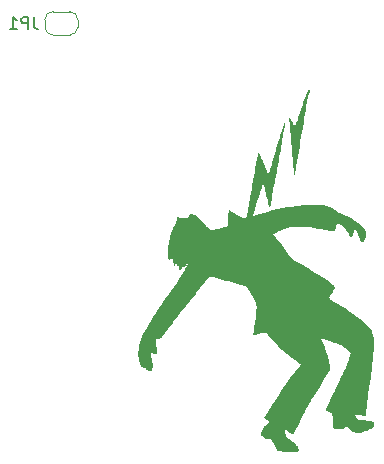
<source format=gbr>
%TF.GenerationSoftware,KiCad,Pcbnew,7.0.2*%
%TF.CreationDate,2023-10-16T20:56:56+02:00*%
%TF.ProjectId,interrupter,696e7465-7272-4757-9074-65722e6b6963,rev?*%
%TF.SameCoordinates,Original*%
%TF.FileFunction,Legend,Bot*%
%TF.FilePolarity,Positive*%
%FSLAX46Y46*%
G04 Gerber Fmt 4.6, Leading zero omitted, Abs format (unit mm)*
G04 Created by KiCad (PCBNEW 7.0.2) date 2023-10-16 20:56:56*
%MOMM*%
%LPD*%
G01*
G04 APERTURE LIST*
%ADD10C,0.150000*%
%ADD11C,0.300000*%
%ADD12C,0.120000*%
G04 APERTURE END LIST*
D10*
%TO.C,JP1*%
X66238333Y-26767619D02*
X66238333Y-27481904D01*
X66238333Y-27481904D02*
X66285952Y-27624761D01*
X66285952Y-27624761D02*
X66381190Y-27720000D01*
X66381190Y-27720000D02*
X66524047Y-27767619D01*
X66524047Y-27767619D02*
X66619285Y-27767619D01*
X65762142Y-27767619D02*
X65762142Y-26767619D01*
X65762142Y-26767619D02*
X65381190Y-26767619D01*
X65381190Y-26767619D02*
X65285952Y-26815238D01*
X65285952Y-26815238D02*
X65238333Y-26862857D01*
X65238333Y-26862857D02*
X65190714Y-26958095D01*
X65190714Y-26958095D02*
X65190714Y-27100952D01*
X65190714Y-27100952D02*
X65238333Y-27196190D01*
X65238333Y-27196190D02*
X65285952Y-27243809D01*
X65285952Y-27243809D02*
X65381190Y-27291428D01*
X65381190Y-27291428D02*
X65762142Y-27291428D01*
X64238333Y-27767619D02*
X64809761Y-27767619D01*
X64524047Y-27767619D02*
X64524047Y-26767619D01*
X64524047Y-26767619D02*
X64619285Y-26910476D01*
X64619285Y-26910476D02*
X64714523Y-27005714D01*
X64714523Y-27005714D02*
X64809761Y-27053333D01*
D11*
%TO.C,G\u002A\u002A\u002A*%
X86411427Y-47525357D02*
X86554285Y-47453928D01*
X86554285Y-47453928D02*
X86768570Y-47453928D01*
X86768570Y-47453928D02*
X86982856Y-47525357D01*
X86982856Y-47525357D02*
X87125713Y-47668214D01*
X87125713Y-47668214D02*
X87197142Y-47811071D01*
X87197142Y-47811071D02*
X87268570Y-48096785D01*
X87268570Y-48096785D02*
X87268570Y-48311071D01*
X87268570Y-48311071D02*
X87197142Y-48596785D01*
X87197142Y-48596785D02*
X87125713Y-48739642D01*
X87125713Y-48739642D02*
X86982856Y-48882500D01*
X86982856Y-48882500D02*
X86768570Y-48953928D01*
X86768570Y-48953928D02*
X86625713Y-48953928D01*
X86625713Y-48953928D02*
X86411427Y-48882500D01*
X86411427Y-48882500D02*
X86339999Y-48811071D01*
X86339999Y-48811071D02*
X86339999Y-48311071D01*
X86339999Y-48311071D02*
X86625713Y-48311071D01*
X85482856Y-47453928D02*
X85482856Y-47811071D01*
X85839999Y-47668214D02*
X85482856Y-47811071D01*
X85482856Y-47811071D02*
X85125713Y-47668214D01*
X85697142Y-48096785D02*
X85482856Y-47811071D01*
X85482856Y-47811071D02*
X85268570Y-48096785D01*
X84339999Y-47453928D02*
X84339999Y-47811071D01*
X84697142Y-47668214D02*
X84339999Y-47811071D01*
X84339999Y-47811071D02*
X83982856Y-47668214D01*
X84554285Y-48096785D02*
X84339999Y-47811071D01*
X84339999Y-47811071D02*
X84125713Y-48096785D01*
X83197142Y-47453928D02*
X83197142Y-47811071D01*
X83554285Y-47668214D02*
X83197142Y-47811071D01*
X83197142Y-47811071D02*
X82839999Y-47668214D01*
X83411428Y-48096785D02*
X83197142Y-47811071D01*
X83197142Y-47811071D02*
X82982856Y-48096785D01*
D12*
%TO.C,JP1*%
X69280000Y-28305000D02*
G75*
G03*
X69980000Y-27605000I0J700000D01*
G01*
X69980000Y-27005000D02*
G75*
G03*
X69280000Y-26305000I-700000J0D01*
G01*
X67180000Y-27605000D02*
G75*
G03*
X67880000Y-28305000I699999J-1D01*
G01*
X67880000Y-26305000D02*
G75*
G03*
X67180000Y-27005000I-1J-699999D01*
G01*
X69980000Y-27605000D02*
X69980000Y-27005000D01*
X69280000Y-26305000D02*
X67880000Y-26305000D01*
X67880000Y-28305000D02*
X69280000Y-28305000D01*
X67180000Y-27005000D02*
X67180000Y-27605000D01*
%TO.C,G\u002A\u002A\u002A*%
G36*
X87549861Y-35641526D02*
G01*
X87548586Y-35653821D01*
X87540508Y-35713959D01*
X87526418Y-35806622D01*
X87506710Y-35929610D01*
X87481780Y-36080722D01*
X87452023Y-36257757D01*
X87417832Y-36458515D01*
X87379603Y-36680795D01*
X87337731Y-36922397D01*
X87292611Y-37181119D01*
X87244637Y-37454762D01*
X87194205Y-37741124D01*
X87141708Y-38038005D01*
X87087542Y-38343204D01*
X87032102Y-38654521D01*
X86975782Y-38969754D01*
X86918977Y-39286704D01*
X86862083Y-39603169D01*
X86805494Y-39916950D01*
X86749604Y-40225844D01*
X86694809Y-40527652D01*
X86641503Y-40820174D01*
X86590082Y-41101207D01*
X86540939Y-41368552D01*
X86494470Y-41620009D01*
X86451070Y-41853375D01*
X86411134Y-42066452D01*
X86375055Y-42257037D01*
X86343230Y-42422931D01*
X86316053Y-42561933D01*
X86293918Y-42671841D01*
X86277221Y-42750456D01*
X86266357Y-42795577D01*
X86264055Y-42803628D01*
X86250500Y-42842338D01*
X86237573Y-42852073D01*
X86219056Y-42838476D01*
X86209689Y-42826830D01*
X86191232Y-42792548D01*
X86169917Y-42739074D01*
X86145185Y-42664374D01*
X86116475Y-42566410D01*
X86083226Y-42443146D01*
X86044878Y-42292546D01*
X86000869Y-42112573D01*
X85950640Y-41901191D01*
X85893630Y-41656362D01*
X85855816Y-41493466D01*
X85818784Y-41335476D01*
X85784720Y-41191694D01*
X85754475Y-41065638D01*
X85728900Y-40960829D01*
X85708846Y-40880784D01*
X85695165Y-40829024D01*
X85688707Y-40809067D01*
X85682767Y-40817633D01*
X85666869Y-40856517D01*
X85642693Y-40923040D01*
X85611556Y-41013366D01*
X85574776Y-41123660D01*
X85533671Y-41250086D01*
X85489558Y-41388810D01*
X85474429Y-41436871D01*
X85424117Y-41596417D01*
X85365996Y-41780395D01*
X85302441Y-41981304D01*
X85235826Y-42191645D01*
X85168525Y-42403917D01*
X85102915Y-42610621D01*
X85041370Y-42804255D01*
X85040849Y-42805892D01*
X84988631Y-42970890D01*
X84940306Y-43125182D01*
X84896904Y-43265370D01*
X84859452Y-43388056D01*
X84828980Y-43489840D01*
X84806516Y-43567326D01*
X84793088Y-43617114D01*
X84789724Y-43635806D01*
X84803780Y-43634175D01*
X84846962Y-43621699D01*
X84913528Y-43599550D01*
X84997827Y-43569623D01*
X85094209Y-43533809D01*
X85364040Y-43438187D01*
X85689494Y-43336994D01*
X86045666Y-43239299D01*
X86429718Y-43145750D01*
X86838815Y-43056998D01*
X87270119Y-42973690D01*
X87720794Y-42896477D01*
X88188003Y-42826006D01*
X88343660Y-42804297D01*
X88575795Y-42773117D01*
X88781602Y-42747392D01*
X88966917Y-42726643D01*
X89137576Y-42710395D01*
X89299416Y-42698171D01*
X89458274Y-42689493D01*
X89619987Y-42683885D01*
X89790390Y-42680870D01*
X89975322Y-42679971D01*
X89997016Y-42679982D01*
X90207692Y-42681517D01*
X90389257Y-42686155D01*
X90548153Y-42694612D01*
X90690818Y-42707602D01*
X90823694Y-42725844D01*
X90953218Y-42750051D01*
X91085832Y-42780940D01*
X91227975Y-42819227D01*
X91332944Y-42851129D01*
X91502860Y-42915539D01*
X91652320Y-42992358D01*
X91791398Y-43087125D01*
X91930169Y-43205383D01*
X91989686Y-43260185D01*
X92046677Y-43309942D01*
X92091647Y-43343492D01*
X92132432Y-43365778D01*
X92176867Y-43381744D01*
X92232789Y-43396336D01*
X92251588Y-43401434D01*
X92328526Y-43428344D01*
X92429507Y-43470007D01*
X92549050Y-43523769D01*
X92681674Y-43586972D01*
X92821898Y-43656963D01*
X92964241Y-43731085D01*
X93103222Y-43806684D01*
X93233361Y-43881103D01*
X93280195Y-43908768D01*
X93445001Y-44008083D01*
X93583941Y-44095779D01*
X93702174Y-44175616D01*
X93804858Y-44251352D01*
X93897152Y-44326747D01*
X93984215Y-44405557D01*
X94071207Y-44491544D01*
X94098546Y-44519831D01*
X94221032Y-44656862D01*
X94313033Y-44782765D01*
X94375566Y-44902921D01*
X94409649Y-45022713D01*
X94416298Y-45147521D01*
X94396531Y-45282728D01*
X94351364Y-45433715D01*
X94281816Y-45605863D01*
X94279463Y-45611192D01*
X94243227Y-45690931D01*
X94215414Y-45744351D01*
X94191158Y-45778352D01*
X94165593Y-45799836D01*
X94133853Y-45815703D01*
X94118388Y-45822075D01*
X94077239Y-45834391D01*
X94040932Y-45831348D01*
X93990838Y-45812532D01*
X93952108Y-45791557D01*
X93917217Y-45759353D01*
X93886541Y-45712039D01*
X93857441Y-45644476D01*
X93827276Y-45551521D01*
X93793406Y-45428033D01*
X93791260Y-45419926D01*
X93761485Y-45322918D01*
X93722719Y-45216701D01*
X93678272Y-45108570D01*
X93631453Y-45005822D01*
X93585570Y-44915752D01*
X93543933Y-44845657D01*
X93509850Y-44802834D01*
X93479476Y-44779472D01*
X93451391Y-44771381D01*
X93425315Y-44783350D01*
X93399032Y-44818381D01*
X93370327Y-44879481D01*
X93336988Y-44969653D01*
X93296798Y-45091902D01*
X93288358Y-45118293D01*
X93253475Y-45223704D01*
X93225540Y-45300089D01*
X93202442Y-45352352D01*
X93182067Y-45385398D01*
X93162303Y-45404130D01*
X93145759Y-45414498D01*
X93122152Y-45421818D01*
X93099875Y-45408794D01*
X93067078Y-45371343D01*
X93043181Y-45338819D01*
X93003423Y-45278407D01*
X92956960Y-45203228D01*
X92909641Y-45122525D01*
X92907337Y-45118484D01*
X92792711Y-44923291D01*
X92690641Y-44761731D01*
X92600934Y-44633528D01*
X92523395Y-44538404D01*
X92457832Y-44476084D01*
X92418157Y-44448996D01*
X92353828Y-44410720D01*
X92276150Y-44368044D01*
X92192578Y-44324718D01*
X92110570Y-44284491D01*
X92037582Y-44251115D01*
X91981070Y-44228340D01*
X91948491Y-44219914D01*
X91944352Y-44220546D01*
X91919628Y-44243973D01*
X91891482Y-44297943D01*
X91861615Y-44378012D01*
X91831727Y-44479738D01*
X91803519Y-44598678D01*
X91785957Y-44678120D01*
X91768118Y-44746622D01*
X91751134Y-44792940D01*
X91732196Y-44824461D01*
X91708494Y-44848572D01*
X91690148Y-44863250D01*
X91663320Y-44878260D01*
X91629783Y-44885275D01*
X91579743Y-44885876D01*
X91503409Y-44881641D01*
X91500055Y-44881402D01*
X91444288Y-44875322D01*
X91358359Y-44863521D01*
X91247286Y-44846796D01*
X91116087Y-44825943D01*
X90969779Y-44801756D01*
X90813381Y-44775034D01*
X90651911Y-44746571D01*
X90501705Y-44719811D01*
X90263511Y-44678184D01*
X90053776Y-44642910D01*
X89867999Y-44613485D01*
X89701681Y-44589403D01*
X89550322Y-44570159D01*
X89409423Y-44555249D01*
X89274484Y-44544168D01*
X89141006Y-44536411D01*
X89004488Y-44531473D01*
X88860431Y-44528849D01*
X88704337Y-44528034D01*
X88663212Y-44528046D01*
X88510700Y-44528916D01*
X88384980Y-44531411D01*
X88278440Y-44535936D01*
X88183466Y-44542899D01*
X88092449Y-44552705D01*
X87997774Y-44565762D01*
X87727954Y-44615385D01*
X87467580Y-44685355D01*
X87224734Y-44776292D01*
X86991514Y-44891177D01*
X86760020Y-45032995D01*
X86539141Y-45180975D01*
X86790641Y-45467935D01*
X86913306Y-45611001D01*
X87095059Y-45833735D01*
X87272799Y-46063697D01*
X87440722Y-46293105D01*
X87593021Y-46514176D01*
X87723893Y-46719127D01*
X87753963Y-46768505D01*
X87803575Y-46848904D01*
X87849713Y-46920434D01*
X87894848Y-46985054D01*
X87941454Y-47044720D01*
X87992001Y-47101390D01*
X88048963Y-47157020D01*
X88114811Y-47213569D01*
X88192017Y-47272994D01*
X88283054Y-47337251D01*
X88390394Y-47408298D01*
X88516507Y-47488093D01*
X88663868Y-47578593D01*
X88834947Y-47681755D01*
X89032217Y-47799536D01*
X89258151Y-47933894D01*
X89432235Y-48037583D01*
X89774129Y-48242683D01*
X90085345Y-48431554D01*
X90366740Y-48604790D01*
X90619170Y-48762982D01*
X90843492Y-48906721D01*
X91040564Y-49036600D01*
X91211241Y-49153212D01*
X91356382Y-49257146D01*
X91476842Y-49348997D01*
X91573478Y-49429355D01*
X91647149Y-49498813D01*
X91698710Y-49557962D01*
X91729018Y-49607395D01*
X91738930Y-49647703D01*
X91738928Y-49648353D01*
X91732121Y-49689590D01*
X91710836Y-49744245D01*
X91673097Y-49816086D01*
X91616927Y-49908883D01*
X91540351Y-50026405D01*
X91473809Y-50128773D01*
X91402727Y-50245143D01*
X91345357Y-50347472D01*
X91303670Y-50431998D01*
X91279638Y-50494957D01*
X91275231Y-50532585D01*
X91276845Y-50537071D01*
X91303718Y-50571534D01*
X91360316Y-50622928D01*
X91445248Y-50690254D01*
X91557123Y-50772509D01*
X91694547Y-50868693D01*
X91856131Y-50977806D01*
X92040481Y-51098846D01*
X92246205Y-51230812D01*
X92300293Y-51265174D01*
X92580090Y-51443840D01*
X92831598Y-51606219D01*
X93057301Y-51754086D01*
X93259682Y-51889214D01*
X93441224Y-52013378D01*
X93604411Y-52128352D01*
X93751727Y-52235910D01*
X93885655Y-52337827D01*
X94008679Y-52435876D01*
X94123282Y-52531832D01*
X94231947Y-52627469D01*
X94337160Y-52724561D01*
X94447587Y-52831798D01*
X94576143Y-52968327D01*
X94681641Y-53097751D01*
X94768823Y-53226591D01*
X94842429Y-53361369D01*
X94907202Y-53508606D01*
X94948813Y-53624229D01*
X94991290Y-53780345D01*
X95021401Y-53948535D01*
X95039879Y-54134526D01*
X95047458Y-54344047D01*
X95044873Y-54582824D01*
X95042893Y-54643536D01*
X95037914Y-54759644D01*
X95031029Y-54882075D01*
X95021994Y-55013100D01*
X95010562Y-55154994D01*
X94996486Y-55310029D01*
X94979520Y-55480479D01*
X94959419Y-55668616D01*
X94935935Y-55876714D01*
X94908823Y-56107046D01*
X94877835Y-56361884D01*
X94842727Y-56643503D01*
X94803252Y-56954174D01*
X94759162Y-57296172D01*
X94710213Y-57671769D01*
X94687146Y-57848034D01*
X94653455Y-58105608D01*
X94619974Y-58361714D01*
X94587202Y-58612522D01*
X94555640Y-58854206D01*
X94525787Y-59082935D01*
X94498143Y-59294880D01*
X94473208Y-59486214D01*
X94451480Y-59653107D01*
X94433460Y-59791731D01*
X94419648Y-59898257D01*
X94409557Y-59975550D01*
X94391156Y-60112969D01*
X94373876Y-60237682D01*
X94358394Y-60345042D01*
X94345389Y-60430398D01*
X94335538Y-60489101D01*
X94329518Y-60516501D01*
X94310055Y-60544898D01*
X94272086Y-60549583D01*
X94211944Y-60539365D01*
X94113561Y-60523354D01*
X94004988Y-60506313D01*
X93891974Y-60489081D01*
X93780264Y-60472495D01*
X93675606Y-60457394D01*
X93583748Y-60444616D01*
X93510435Y-60434998D01*
X93461415Y-60429379D01*
X93442435Y-60428597D01*
X93441931Y-60436240D01*
X93454845Y-60469525D01*
X93482269Y-60522035D01*
X93520298Y-60586933D01*
X93565027Y-60657380D01*
X93612552Y-60726540D01*
X93625507Y-60744537D01*
X93662712Y-60794411D01*
X93697002Y-60833394D01*
X93733266Y-60862991D01*
X93776396Y-60884709D01*
X93831285Y-60900053D01*
X93902823Y-60910529D01*
X93995902Y-60917645D01*
X94115413Y-60922905D01*
X94266248Y-60927816D01*
X94281669Y-60928299D01*
X94425393Y-60933217D01*
X94539031Y-60938184D01*
X94628192Y-60943718D01*
X94698488Y-60950338D01*
X94755529Y-60958560D01*
X94804925Y-60968903D01*
X94852288Y-60981884D01*
X94879037Y-60990175D01*
X94949700Y-61016934D01*
X94998963Y-61046675D01*
X95037987Y-61085632D01*
X95044532Y-61093669D01*
X95069315Y-61129029D01*
X95083186Y-61165098D01*
X95089240Y-61213705D01*
X95090570Y-61286679D01*
X95090401Y-61326187D01*
X95087796Y-61383258D01*
X95079376Y-61420700D01*
X95061791Y-61449565D01*
X95031690Y-61480904D01*
X95028709Y-61483703D01*
X94978480Y-61520606D01*
X94900228Y-61566844D01*
X94799536Y-61619790D01*
X94681992Y-61676816D01*
X94553181Y-61735296D01*
X94418690Y-61792603D01*
X94284104Y-61846110D01*
X94155010Y-61893189D01*
X94066462Y-61923582D01*
X93980948Y-61951739D01*
X93914704Y-61970903D01*
X93859481Y-61982773D01*
X93807030Y-61989049D01*
X93749101Y-61991432D01*
X93677446Y-61991622D01*
X93487218Y-61990827D01*
X93322672Y-61905692D01*
X93259884Y-61872050D01*
X93204674Y-61838329D01*
X93154414Y-61800956D01*
X93101923Y-61754007D01*
X93040023Y-61691557D01*
X92961534Y-61607682D01*
X92918339Y-61561278D01*
X92855512Y-61495204D01*
X92803677Y-61442431D01*
X92767292Y-61407464D01*
X92750816Y-61394807D01*
X92745738Y-61396949D01*
X92718079Y-61417393D01*
X92674022Y-61454840D01*
X92620413Y-61503578D01*
X92606690Y-61516141D01*
X92539618Y-61571662D01*
X92472323Y-61619575D01*
X92417515Y-61650666D01*
X92402497Y-61657159D01*
X92363962Y-61671197D01*
X92324411Y-61679398D01*
X92275070Y-61682501D01*
X92207161Y-61681242D01*
X92111909Y-61676362D01*
X92033053Y-61670595D01*
X91933350Y-61660330D01*
X91844357Y-61648129D01*
X91778827Y-61635556D01*
X91718010Y-61618950D01*
X91677436Y-61600761D01*
X91650588Y-61574571D01*
X91626197Y-61532794D01*
X91611973Y-61503613D01*
X91595566Y-61462467D01*
X91582355Y-61416097D01*
X91571847Y-61360074D01*
X91563551Y-61289967D01*
X91556975Y-61201348D01*
X91551628Y-61089785D01*
X91547017Y-60950849D01*
X91542651Y-60780110D01*
X91530585Y-60265055D01*
X91274239Y-60182249D01*
X91236273Y-60169758D01*
X91145931Y-60138168D01*
X91068600Y-60108568D01*
X91011497Y-60083809D01*
X90981842Y-60066744D01*
X90970446Y-60055215D01*
X90963998Y-60041924D01*
X90964010Y-60022453D01*
X90971978Y-59992368D01*
X90989400Y-59947236D01*
X91017771Y-59882625D01*
X91058589Y-59794100D01*
X91113351Y-59677229D01*
X91156710Y-59585893D01*
X91216573Y-59461574D01*
X91286746Y-59317202D01*
X91364096Y-59159172D01*
X91445493Y-58993880D01*
X91527806Y-58827723D01*
X91607902Y-58667094D01*
X91715819Y-58450022D01*
X91865256Y-58144618D01*
X92010889Y-57841505D01*
X92151631Y-57543168D01*
X92286397Y-57252088D01*
X92414100Y-56970747D01*
X92533653Y-56701629D01*
X92643971Y-56447216D01*
X92743968Y-56209991D01*
X92832557Y-55992437D01*
X92908651Y-55797035D01*
X92971166Y-55626269D01*
X93019013Y-55482621D01*
X93051108Y-55368574D01*
X93082416Y-55239415D01*
X93036774Y-55151170D01*
X92976433Y-55061801D01*
X92882230Y-54963337D01*
X92759121Y-54861538D01*
X92610367Y-54758849D01*
X92439231Y-54657717D01*
X92248974Y-54560586D01*
X92192698Y-54534862D01*
X92090495Y-54491156D01*
X91969242Y-54441933D01*
X91833336Y-54388763D01*
X91687173Y-54333214D01*
X91535148Y-54276853D01*
X91381658Y-54221249D01*
X91231099Y-54167971D01*
X91087867Y-54118587D01*
X90956357Y-54074665D01*
X90840967Y-54037773D01*
X90746092Y-54009481D01*
X90676128Y-53991355D01*
X90635471Y-53984964D01*
X90612735Y-53990006D01*
X90597561Y-54010032D01*
X90597774Y-54011870D01*
X90607142Y-54040572D01*
X90628758Y-54095958D01*
X90660384Y-54172589D01*
X90699785Y-54265029D01*
X90744726Y-54367843D01*
X90894127Y-54727564D01*
X91030453Y-55111573D01*
X91142370Y-55497950D01*
X91232774Y-55896789D01*
X91304563Y-56318181D01*
X91358042Y-56685705D01*
X90847917Y-57459550D01*
X90645599Y-57767573D01*
X90456163Y-58058734D01*
X90282898Y-58328562D01*
X90123392Y-58581229D01*
X89975231Y-58820911D01*
X89836004Y-59051784D01*
X89703298Y-59278022D01*
X89574700Y-59503800D01*
X89447797Y-59733293D01*
X89320177Y-59970677D01*
X89189428Y-60220125D01*
X89053137Y-60485814D01*
X88908891Y-60771917D01*
X88754278Y-61082611D01*
X88222662Y-62156363D01*
X88164569Y-62113025D01*
X88157296Y-62107584D01*
X88114933Y-62075701D01*
X88052848Y-62028804D01*
X87978196Y-61972302D01*
X87898131Y-61911604D01*
X87798368Y-61837124D01*
X87705472Y-61771399D01*
X87635104Y-61726837D01*
X87584708Y-61701997D01*
X87551729Y-61695433D01*
X87533611Y-61705703D01*
X87521368Y-61739057D01*
X87517100Y-61809078D01*
X87526935Y-61899761D01*
X87549623Y-62004242D01*
X87583914Y-62115657D01*
X87628558Y-62227140D01*
X87629001Y-62228120D01*
X87670218Y-62305897D01*
X87723066Y-62379857D01*
X87791690Y-62454025D01*
X87880233Y-62532431D01*
X87992839Y-62619100D01*
X88133652Y-62718062D01*
X88209243Y-62770427D01*
X88348167Y-62873147D01*
X88457944Y-62965107D01*
X88541314Y-63048930D01*
X88601011Y-63127236D01*
X88639775Y-63202646D01*
X88658700Y-63256171D01*
X88674578Y-63335799D01*
X88667944Y-63407362D01*
X88638750Y-63483883D01*
X88623374Y-63512691D01*
X88583119Y-63561024D01*
X88525519Y-63593187D01*
X88500636Y-63601957D01*
X88467346Y-63609577D01*
X88424327Y-63614644D01*
X88366283Y-63617389D01*
X88287919Y-63618044D01*
X88183939Y-63616840D01*
X88049047Y-63614008D01*
X87943658Y-63610767D01*
X87776240Y-63602738D01*
X87611022Y-63591612D01*
X87453677Y-63577962D01*
X87309877Y-63562362D01*
X87185292Y-63545385D01*
X87085596Y-63527606D01*
X87016461Y-63509596D01*
X86937190Y-63475035D01*
X86874093Y-63426475D01*
X86825131Y-63357759D01*
X86782757Y-63260856D01*
X86698925Y-63065360D01*
X86585544Y-62873193D01*
X86444745Y-62696066D01*
X86302410Y-62538908D01*
X86180834Y-62526106D01*
X86072371Y-62503096D01*
X85948951Y-62457299D01*
X85821910Y-62393859D01*
X85701251Y-62317780D01*
X85596977Y-62234064D01*
X85484247Y-62129695D01*
X85493350Y-62020418D01*
X85503683Y-61953345D01*
X85525215Y-61865974D01*
X85552456Y-61784322D01*
X85588317Y-61708042D01*
X85641547Y-61616685D01*
X85704126Y-61523569D01*
X85769854Y-61437329D01*
X85832530Y-61366597D01*
X85885954Y-61320006D01*
X85899129Y-61310831D01*
X85950062Y-61273351D01*
X86014380Y-61224147D01*
X86081323Y-61171404D01*
X86123003Y-61137163D01*
X86175908Y-61088372D01*
X86204608Y-61051531D01*
X86213252Y-61021939D01*
X86205412Y-60988632D01*
X86176024Y-60978117D01*
X86168128Y-60976972D01*
X86129067Y-60960813D01*
X86072760Y-60929317D01*
X86006130Y-60887307D01*
X85936096Y-60839606D01*
X85869578Y-60791039D01*
X85813497Y-60746429D01*
X85774774Y-60710599D01*
X85760328Y-60688374D01*
X85760407Y-60687585D01*
X85771569Y-60662868D01*
X85800262Y-60611043D01*
X85844567Y-60535186D01*
X85902565Y-60438374D01*
X85972335Y-60323681D01*
X86051958Y-60194184D01*
X86139514Y-60052958D01*
X86233083Y-59903079D01*
X86330746Y-59747623D01*
X86430584Y-59589667D01*
X86530676Y-59432284D01*
X86629103Y-59278553D01*
X86723945Y-59131547D01*
X86813283Y-58994344D01*
X86895196Y-58870018D01*
X86986081Y-58733465D01*
X87193725Y-58424831D01*
X87389324Y-58139435D01*
X87577077Y-57871473D01*
X87761182Y-57615144D01*
X87945840Y-57364645D01*
X88135249Y-57114173D01*
X88333608Y-56857927D01*
X88545116Y-56590103D01*
X88554050Y-56578882D01*
X88634954Y-56476670D01*
X88707575Y-56383902D01*
X88769031Y-56304337D01*
X88816439Y-56241737D01*
X88846917Y-56199861D01*
X88857582Y-56182471D01*
X88855582Y-56179247D01*
X88831644Y-56158151D01*
X88784921Y-56122405D01*
X88720809Y-56076049D01*
X88644708Y-56023124D01*
X88582688Y-55980500D01*
X88124279Y-55649132D01*
X87693103Y-55307895D01*
X87290952Y-54958415D01*
X86919618Y-54602315D01*
X86580893Y-54241220D01*
X86276567Y-53876753D01*
X86271721Y-53870575D01*
X86188207Y-53766280D01*
X86111956Y-53674982D01*
X86046523Y-53600724D01*
X85995467Y-53547551D01*
X85962344Y-53519508D01*
X85957701Y-53516698D01*
X85908183Y-53493705D01*
X85849927Y-53481888D01*
X85769386Y-53478355D01*
X85768560Y-53478353D01*
X85717093Y-53480012D01*
X85663394Y-53486254D01*
X85601067Y-53498547D01*
X85523715Y-53518358D01*
X85424940Y-53547154D01*
X85298345Y-53586404D01*
X85288300Y-53589567D01*
X85179185Y-53623535D01*
X85078903Y-53654076D01*
X84993873Y-53679284D01*
X84930513Y-53697254D01*
X84895242Y-53706079D01*
X84894997Y-53706126D01*
X84855041Y-53711036D01*
X84839187Y-53699178D01*
X84836362Y-53662326D01*
X84836390Y-53660718D01*
X84839798Y-53625664D01*
X84848356Y-53560556D01*
X84861302Y-53470577D01*
X84877871Y-53360906D01*
X84897298Y-53236725D01*
X84918821Y-53103213D01*
X84931162Y-53027431D01*
X84971085Y-52776456D01*
X85004551Y-52555131D01*
X85032114Y-52358865D01*
X85054325Y-52183069D01*
X85071737Y-52023151D01*
X85084904Y-51874521D01*
X85094378Y-51732589D01*
X85100712Y-51592765D01*
X85101534Y-51569060D01*
X85105623Y-51416192D01*
X85105507Y-51291154D01*
X85099869Y-51186650D01*
X85087395Y-51095386D01*
X85066771Y-51010065D01*
X85036681Y-50923392D01*
X84995811Y-50828072D01*
X84942845Y-50716811D01*
X84920692Y-50672472D01*
X84866730Y-50569016D01*
X84800948Y-50447150D01*
X84727882Y-50315123D01*
X84652070Y-50181184D01*
X84578047Y-50053581D01*
X84338145Y-49645949D01*
X83839929Y-49477454D01*
X83764922Y-49452366D01*
X83554569Y-49384314D01*
X83319900Y-49311178D01*
X83067429Y-49234819D01*
X82803670Y-49157096D01*
X82535137Y-49079869D01*
X82268344Y-49004997D01*
X82009804Y-48934341D01*
X81766032Y-48869760D01*
X81543541Y-48813113D01*
X81348844Y-48766260D01*
X81131441Y-48715951D01*
X81025309Y-48827669D01*
X81007702Y-48846989D01*
X80960055Y-48902484D01*
X80895878Y-48979869D01*
X80818769Y-49074704D01*
X80732327Y-49182546D01*
X80640150Y-49298954D01*
X80545837Y-49419486D01*
X80503071Y-49474369D01*
X80424928Y-49574326D01*
X80327889Y-49698174D01*
X80214044Y-49843258D01*
X80085481Y-50006921D01*
X79944291Y-50186507D01*
X79792562Y-50379359D01*
X79632385Y-50582821D01*
X79465847Y-50794237D01*
X79295040Y-51010951D01*
X79122052Y-51230305D01*
X78948973Y-51449644D01*
X78823433Y-51608758D01*
X78650964Y-51827566D01*
X78480445Y-52044138D01*
X78313930Y-52255855D01*
X78153471Y-52460099D01*
X78001120Y-52654251D01*
X77858932Y-52835694D01*
X77728957Y-53001809D01*
X77613250Y-53149978D01*
X77513863Y-53277583D01*
X77432849Y-53382006D01*
X77372261Y-53460629D01*
X77332202Y-53512709D01*
X77243344Y-53626866D01*
X77159316Y-53733031D01*
X77083517Y-53827016D01*
X77019344Y-53904634D01*
X76970194Y-53961699D01*
X76939466Y-53994023D01*
X76909723Y-54020611D01*
X76874642Y-54046751D01*
X76839750Y-54060414D01*
X76792906Y-54065646D01*
X76721970Y-54066491D01*
X76584080Y-54066491D01*
X76578480Y-54124330D01*
X76578201Y-54131008D01*
X76580519Y-54175092D01*
X76587395Y-54246914D01*
X76598123Y-54340200D01*
X76611994Y-54448682D01*
X76628302Y-54566087D01*
X76633767Y-54604409D01*
X76659787Y-54805561D01*
X76676334Y-54972653D01*
X76683430Y-55106460D01*
X76681095Y-55207755D01*
X76669349Y-55277313D01*
X76648214Y-55315906D01*
X76641268Y-55321783D01*
X76601872Y-55340518D01*
X76555114Y-55337404D01*
X76497196Y-55310812D01*
X76424322Y-55259116D01*
X76332692Y-55180689D01*
X76268551Y-55123871D01*
X76205412Y-55072224D01*
X76162650Y-55044622D01*
X76137559Y-55039919D01*
X76127434Y-55056970D01*
X76129573Y-55094629D01*
X76134064Y-55126450D01*
X76142200Y-55191692D01*
X76150105Y-55262211D01*
X76152192Y-55279143D01*
X76163134Y-55346547D01*
X76180124Y-55436036D01*
X76201270Y-55537960D01*
X76224680Y-55642668D01*
X76251348Y-55760591D01*
X76290070Y-55947719D01*
X76318489Y-56108891D01*
X76336295Y-56242011D01*
X76343179Y-56344980D01*
X76338829Y-56415701D01*
X76334431Y-56437562D01*
X76296228Y-56555969D01*
X76239521Y-56643564D01*
X76164475Y-56700081D01*
X76150530Y-56706711D01*
X76080913Y-56732247D01*
X76023232Y-56734075D01*
X75966199Y-56710483D01*
X75898524Y-56659758D01*
X75854865Y-56623031D01*
X75773261Y-56556177D01*
X75710430Y-56508819D01*
X75660705Y-56477682D01*
X75618422Y-56459495D01*
X75577915Y-56450983D01*
X75533518Y-56448873D01*
X75504651Y-56448518D01*
X75455601Y-56442902D01*
X75421874Y-56425924D01*
X75388868Y-56391822D01*
X75338023Y-56321965D01*
X75267919Y-56189922D01*
X75208027Y-56032488D01*
X75159632Y-55855660D01*
X75124018Y-55665438D01*
X75102471Y-55467819D01*
X75096275Y-55268804D01*
X75106715Y-55074389D01*
X75114354Y-55005914D01*
X75146140Y-54798885D01*
X75192106Y-54584942D01*
X75252918Y-54362866D01*
X75329240Y-54131443D01*
X75421740Y-53889454D01*
X75531082Y-53635682D01*
X75657932Y-53368909D01*
X75802956Y-53087920D01*
X75966820Y-52791497D01*
X76150188Y-52478422D01*
X76353728Y-52147478D01*
X76578103Y-51797449D01*
X76823981Y-51427117D01*
X77092026Y-51035265D01*
X77382905Y-50620675D01*
X77697283Y-50182132D01*
X78035825Y-49718417D01*
X78113708Y-49612050D01*
X78344022Y-49290093D01*
X78550142Y-48989656D01*
X78733701Y-48708185D01*
X78896332Y-48443125D01*
X79039669Y-48191923D01*
X79165346Y-47952024D01*
X79191444Y-47899178D01*
X79256461Y-47760014D01*
X79302685Y-47646879D01*
X79331139Y-47556715D01*
X79342844Y-47486463D01*
X79338823Y-47433065D01*
X79326960Y-47385799D01*
X79283114Y-47426990D01*
X79280863Y-47429164D01*
X79245017Y-47477051D01*
X79218668Y-47533456D01*
X79211400Y-47554578D01*
X79189062Y-47613069D01*
X79158845Y-47687649D01*
X79125160Y-47767281D01*
X79111445Y-47798900D01*
X79082053Y-47864211D01*
X79060462Y-47904161D01*
X79042046Y-47924598D01*
X79022180Y-47931373D01*
X78996240Y-47930334D01*
X78982924Y-47928778D01*
X78953447Y-47919036D01*
X78937038Y-47894003D01*
X78925236Y-47843310D01*
X78920205Y-47816658D01*
X78907895Y-47763420D01*
X78896151Y-47741681D01*
X78882533Y-47752327D01*
X78864601Y-47796248D01*
X78839914Y-47874328D01*
X78808754Y-47964676D01*
X78765829Y-48058676D01*
X78720585Y-48129309D01*
X78675766Y-48172447D01*
X78634114Y-48183964D01*
X78607647Y-48165803D01*
X78580073Y-48119066D01*
X78556437Y-48052408D01*
X78539685Y-47974279D01*
X78532761Y-47893131D01*
X78530303Y-47845894D01*
X78520403Y-47813857D01*
X78500364Y-47814003D01*
X78467398Y-47844246D01*
X78433759Y-47881416D01*
X78403302Y-47821600D01*
X78390369Y-47792000D01*
X78368196Y-47727151D01*
X78349723Y-47657611D01*
X78338249Y-47611433D01*
X78324696Y-47569575D01*
X78314852Y-47553438D01*
X78313078Y-47554366D01*
X78298715Y-47576717D01*
X78276261Y-47622818D01*
X78249747Y-47684547D01*
X78233573Y-47723243D01*
X78203697Y-47784871D01*
X78178767Y-47815827D01*
X78156460Y-47815122D01*
X78134456Y-47781768D01*
X78110431Y-47714775D01*
X78082062Y-47613156D01*
X78064277Y-47541984D01*
X78035909Y-47417502D01*
X78009075Y-47288381D01*
X77987791Y-47173352D01*
X77985915Y-47162263D01*
X77971346Y-47077948D01*
X77958849Y-47008663D01*
X77949703Y-46961315D01*
X77945184Y-46942811D01*
X77944893Y-46942822D01*
X77935245Y-46960152D01*
X77914836Y-47004094D01*
X77886449Y-47068483D01*
X77852872Y-47147152D01*
X77850992Y-47151605D01*
X77814851Y-47232556D01*
X77780688Y-47301166D01*
X77752274Y-47350313D01*
X77733379Y-47372872D01*
X77716172Y-47377548D01*
X77700917Y-47365924D01*
X77684621Y-47331363D01*
X77663234Y-47267803D01*
X77646755Y-47204890D01*
X77628236Y-47114943D01*
X77610757Y-47012679D01*
X77596592Y-46910285D01*
X77585431Y-46807233D01*
X77578908Y-46714548D01*
X77577525Y-46624957D01*
X77581101Y-46525449D01*
X77589452Y-46403010D01*
X77600207Y-46284128D01*
X77659955Y-45881388D01*
X77755301Y-45480405D01*
X77885755Y-45082990D01*
X78050829Y-44690956D01*
X78064806Y-44661068D01*
X78143325Y-44489786D01*
X78206190Y-44345613D01*
X78254942Y-44224536D01*
X78291127Y-44122542D01*
X78316286Y-44035617D01*
X78331964Y-43959746D01*
X78344941Y-43894137D01*
X78364603Y-43823340D01*
X78386323Y-43766300D01*
X78407251Y-43730313D01*
X78424539Y-43722678D01*
X78428482Y-43723849D01*
X78461730Y-43728999D01*
X78523605Y-43736539D01*
X78608650Y-43745862D01*
X78711407Y-43756360D01*
X78826418Y-43767426D01*
X78956367Y-43779310D01*
X79074060Y-43788483D01*
X79164424Y-43791991D01*
X79232101Y-43788721D01*
X79281730Y-43777562D01*
X79317953Y-43757401D01*
X79345412Y-43727128D01*
X79368747Y-43685630D01*
X79392600Y-43631795D01*
X79393234Y-43630308D01*
X79421742Y-43568438D01*
X79448304Y-43519190D01*
X79467245Y-43493106D01*
X79491559Y-43482762D01*
X79542817Y-43471574D01*
X79607009Y-43463702D01*
X79670420Y-43461161D01*
X79751464Y-43469334D01*
X79841223Y-43493933D01*
X79864624Y-43501901D01*
X79901747Y-43516448D01*
X79935610Y-43534294D01*
X79970862Y-43559318D01*
X80012155Y-43595396D01*
X80064139Y-43646407D01*
X80131463Y-43716228D01*
X80218779Y-43808737D01*
X80385665Y-43985503D01*
X80557466Y-44165457D01*
X80708147Y-44320688D01*
X80839182Y-44452557D01*
X80952043Y-44562427D01*
X81048205Y-44651659D01*
X81129138Y-44721613D01*
X81196318Y-44773652D01*
X81251216Y-44809137D01*
X81295305Y-44829430D01*
X81330059Y-44835892D01*
X81336621Y-44835369D01*
X81377662Y-44827377D01*
X81446064Y-44810828D01*
X81537032Y-44787110D01*
X81645773Y-44757617D01*
X81767494Y-44723739D01*
X81897400Y-44686868D01*
X82030698Y-44648394D01*
X82162593Y-44609709D01*
X82288292Y-44572205D01*
X82403002Y-44537271D01*
X82501927Y-44506300D01*
X82580275Y-44480683D01*
X82633252Y-44461810D01*
X82656064Y-44451074D01*
X82663661Y-44431096D01*
X82670848Y-44384931D01*
X82677652Y-44310671D01*
X82684224Y-44206281D01*
X82690716Y-44069725D01*
X82697281Y-43898971D01*
X82699699Y-43833390D01*
X82708216Y-43644132D01*
X82718040Y-43487867D01*
X82729485Y-43362128D01*
X82742870Y-43264449D01*
X82758510Y-43192361D01*
X82776722Y-43143399D01*
X82797822Y-43115095D01*
X82809200Y-43112633D01*
X82838923Y-43122922D01*
X82887593Y-43150770D01*
X82958244Y-43197971D01*
X83053910Y-43266315D01*
X83119401Y-43312929D01*
X83232387Y-43387819D01*
X83353435Y-43460552D01*
X83491130Y-43536185D01*
X83654057Y-43619774D01*
X83674109Y-43629798D01*
X83791146Y-43687810D01*
X83881825Y-43731410D01*
X83951184Y-43762597D01*
X84004263Y-43783371D01*
X84046099Y-43795734D01*
X84081733Y-43801685D01*
X84116202Y-43803224D01*
X84211651Y-43803224D01*
X84252136Y-43689993D01*
X84257918Y-43673061D01*
X84275696Y-43612886D01*
X84296046Y-43532729D01*
X84319239Y-43431152D01*
X84345547Y-43306717D01*
X84375243Y-43157985D01*
X84408597Y-42983518D01*
X84445882Y-42781877D01*
X84487369Y-42551624D01*
X84533331Y-42291320D01*
X84584038Y-41999527D01*
X84639764Y-41674806D01*
X84700779Y-41315719D01*
X84743279Y-41065078D01*
X84815026Y-40644613D01*
X84881392Y-40259327D01*
X84942455Y-39908814D01*
X84998289Y-39592667D01*
X85048972Y-39310478D01*
X85094579Y-39061840D01*
X85135186Y-38846347D01*
X85170869Y-38663592D01*
X85201704Y-38513166D01*
X85227768Y-38394664D01*
X85249136Y-38307678D01*
X85265885Y-38251802D01*
X85278090Y-38226627D01*
X85282583Y-38223326D01*
X85289885Y-38223266D01*
X85299252Y-38230516D01*
X85311685Y-38247251D01*
X85328183Y-38275643D01*
X85349747Y-38317867D01*
X85377376Y-38376095D01*
X85412071Y-38452500D01*
X85454831Y-38549258D01*
X85506658Y-38668540D01*
X85568550Y-38812520D01*
X85641508Y-38983373D01*
X85726533Y-39183270D01*
X85824623Y-39414387D01*
X85849093Y-39471982D01*
X85910069Y-39614641D01*
X85966304Y-39745003D01*
X86016246Y-39859550D01*
X86058346Y-39954765D01*
X86091053Y-40027131D01*
X86112816Y-40073129D01*
X86122086Y-40089244D01*
X86124217Y-40087957D01*
X86128613Y-40080848D01*
X86135119Y-40065928D01*
X86144293Y-40041402D01*
X86156687Y-40005479D01*
X86172858Y-39956366D01*
X86193360Y-39892271D01*
X86218747Y-39811402D01*
X86249576Y-39711965D01*
X86286400Y-39592169D01*
X86329775Y-39450221D01*
X86380255Y-39284329D01*
X86438396Y-39092700D01*
X86504752Y-38873541D01*
X86579878Y-38625061D01*
X86664329Y-38345468D01*
X86758660Y-38032967D01*
X86792565Y-37920682D01*
X86864312Y-37683460D01*
X86935303Y-37449234D01*
X87004462Y-37221526D01*
X87070714Y-37003859D01*
X87132984Y-36799755D01*
X87190195Y-36612737D01*
X87241274Y-36446328D01*
X87285143Y-36304050D01*
X87320729Y-36189426D01*
X87346954Y-36105978D01*
X87373821Y-36020785D01*
X87408518Y-35908711D01*
X87438146Y-35810600D01*
X87461187Y-35731580D01*
X87476124Y-35676781D01*
X87481441Y-35651332D01*
X87491311Y-35621448D01*
X87519681Y-35585454D01*
X87557922Y-35550941D01*
X87549861Y-35641526D01*
G37*
G36*
X89558776Y-32915243D02*
G01*
X89580425Y-32934526D01*
X89599851Y-32974466D01*
X89603409Y-32986360D01*
X89607698Y-33014994D01*
X89604755Y-33049409D01*
X89593030Y-33096576D01*
X89570974Y-33163460D01*
X89537039Y-33257031D01*
X89535259Y-33261851D01*
X89510475Y-33330995D01*
X89489604Y-33394995D01*
X89471365Y-33459711D01*
X89454478Y-33531005D01*
X89437662Y-33614737D01*
X89419635Y-33716766D01*
X89399118Y-33842955D01*
X89374827Y-33999163D01*
X89372258Y-34015875D01*
X89327541Y-34303529D01*
X89277114Y-34622501D01*
X89221656Y-34968707D01*
X89161848Y-35338060D01*
X89098371Y-35726474D01*
X89031906Y-36129864D01*
X88963133Y-36544143D01*
X88892732Y-36965225D01*
X88821385Y-37389025D01*
X88749772Y-37811457D01*
X88678573Y-38228435D01*
X88608468Y-38635873D01*
X88540140Y-39029685D01*
X88474267Y-39405786D01*
X88473517Y-39410044D01*
X88440805Y-39594670D01*
X88413415Y-39746391D01*
X88390748Y-39867989D01*
X88372207Y-39962244D01*
X88357192Y-40031938D01*
X88345106Y-40079853D01*
X88335349Y-40108770D01*
X88327323Y-40121470D01*
X88320431Y-40120735D01*
X88317620Y-40117110D01*
X88303879Y-40081995D01*
X88290064Y-40023682D01*
X88278782Y-39952695D01*
X88271573Y-39890141D01*
X88261077Y-39790576D01*
X88248291Y-39662797D01*
X88233458Y-39509599D01*
X88216821Y-39333779D01*
X88198624Y-39138132D01*
X88179109Y-38925453D01*
X88158520Y-38698538D01*
X88137101Y-38460182D01*
X88115095Y-38213180D01*
X88092745Y-37960329D01*
X88070294Y-37704424D01*
X88047986Y-37448260D01*
X88026065Y-37194633D01*
X88004773Y-36946338D01*
X87984354Y-36706171D01*
X87965051Y-36476927D01*
X87947108Y-36261402D01*
X87930768Y-36062391D01*
X87916273Y-35882690D01*
X87903869Y-35725094D01*
X87893798Y-35592399D01*
X87886302Y-35487400D01*
X87881627Y-35412893D01*
X87880014Y-35371674D01*
X87882005Y-35323669D01*
X87890225Y-35300369D01*
X87907293Y-35299850D01*
X87924219Y-35317232D01*
X87956347Y-35361004D01*
X88000002Y-35425971D01*
X88051753Y-35507024D01*
X88108170Y-35599050D01*
X88171936Y-35704249D01*
X88235418Y-35806093D01*
X88284957Y-35881168D01*
X88322569Y-35932167D01*
X88350268Y-35961781D01*
X88370070Y-35972705D01*
X88383990Y-35967632D01*
X88392808Y-35953311D01*
X88407075Y-35921879D01*
X88427178Y-35871927D01*
X88453678Y-35801869D01*
X88487134Y-35710119D01*
X88528106Y-35595090D01*
X88577155Y-35455196D01*
X88634840Y-35288851D01*
X88701721Y-35094469D01*
X88778359Y-34870464D01*
X88865313Y-34615249D01*
X88963143Y-34327239D01*
X89011715Y-34184166D01*
X89081814Y-33978221D01*
X89142102Y-33802096D01*
X89193630Y-33652985D01*
X89237452Y-33528081D01*
X89274618Y-33424579D01*
X89306181Y-33339672D01*
X89333192Y-33270554D01*
X89356704Y-33214419D01*
X89377767Y-33168460D01*
X89397434Y-33129872D01*
X89416757Y-33095847D01*
X89436788Y-33063580D01*
X89462875Y-33024250D01*
X89503777Y-32967978D01*
X89536670Y-32929302D01*
X89556174Y-32914922D01*
X89558776Y-32915243D01*
G37*
%TD*%
M02*

</source>
